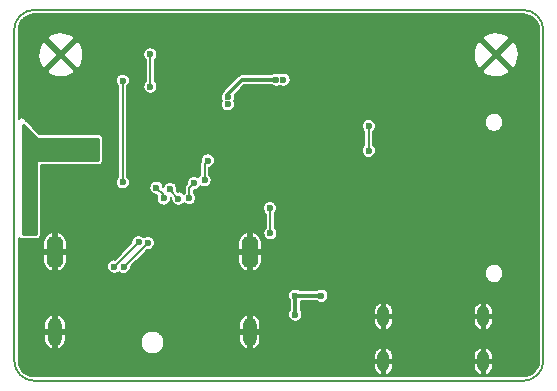
<source format=gbl>
G04 #@! TF.GenerationSoftware,KiCad,Pcbnew,5.1.4+dfsg1-1*
G04 #@! TF.CreationDate,2019-12-22T00:58:55+01:00*
G04 #@! TF.ProjectId,OtterScreen,4f747465-7253-4637-9265-656e2e6b6963,rev?*
G04 #@! TF.SameCoordinates,Original*
G04 #@! TF.FileFunction,Copper,L2,Bot*
G04 #@! TF.FilePolarity,Positive*
%FSLAX46Y46*%
G04 Gerber Fmt 4.6, Leading zero omitted, Abs format (unit mm)*
G04 Created by KiCad (PCBNEW 5.1.4+dfsg1-1) date 2019-12-22 00:58:55*
%MOMM*%
%LPD*%
G04 APERTURE LIST*
%ADD10C,0.150000*%
%ADD11O,1.400000X2.800000*%
%ADD12O,1.200000X2.400000*%
%ADD13O,1.000000X1.800000*%
%ADD14C,0.600000*%
%ADD15C,0.154000*%
%ADD16C,0.300000*%
%ADD17C,0.254000*%
%ADD18C,0.200000*%
G04 APERTURE END LIST*
D10*
X164099999Y-114200001D02*
G75*
G02X165800000Y-115900000I1J-1700000D01*
G01*
X121000001Y-115900001D02*
G75*
G02X122700000Y-114200000I1700000J1D01*
G01*
X122700001Y-145599999D02*
G75*
G02X121000000Y-143900000I-1J1700000D01*
G01*
X165800000Y-143900000D02*
G75*
G02X164100000Y-145600000I-1700000J0D01*
G01*
X164100000Y-145600000D02*
X136200000Y-145600000D01*
X165800000Y-115900000D02*
X165800000Y-143900000D01*
X122700000Y-114200000D02*
X164099999Y-114200001D01*
X121000000Y-143900000D02*
X121000001Y-115900001D01*
X136200000Y-145600000D02*
X122700001Y-145599999D01*
D11*
X124450000Y-134690000D03*
D12*
X124450000Y-141470000D03*
D11*
X140950000Y-134690000D03*
D12*
X140950000Y-141470000D03*
D13*
X152270000Y-140150000D03*
X160730000Y-140150000D03*
X152270000Y-143950000D03*
X160730000Y-143950000D03*
D14*
X143020000Y-124200000D03*
X142070000Y-124200000D03*
X151020000Y-117660000D03*
X151000000Y-118540000D03*
X137800000Y-143400000D03*
X139280000Y-131370000D03*
X136880000Y-133870000D03*
X134720000Y-133840000D03*
X143420000Y-136890000D03*
X143640000Y-134430000D03*
X146480000Y-139310000D03*
X148770000Y-136970000D03*
X148790000Y-139380000D03*
X147050000Y-141370000D03*
X144450000Y-142310000D03*
X154600000Y-135940000D03*
X155560000Y-127670000D03*
X149780000Y-126220000D03*
X145650000Y-126410000D03*
X145510000Y-130130000D03*
X139150000Y-128060000D03*
X137950000Y-125070000D03*
X137950000Y-122630000D03*
X137950000Y-120590000D03*
X138190000Y-127660000D03*
X140330000Y-117860000D03*
X142410000Y-117810000D03*
X144890000Y-117800000D03*
X138140000Y-117760000D03*
X133700000Y-117740000D03*
X130120000Y-117720000D03*
X131740000Y-118200000D03*
X130000000Y-115040000D03*
X133430000Y-114980000D03*
X136990000Y-115070000D03*
X139050000Y-114980000D03*
X126070000Y-123780000D03*
X128990000Y-122980000D03*
X127500000Y-123760000D03*
X122170000Y-123400000D03*
X124200000Y-122040000D03*
X126070000Y-127960000D03*
X128460000Y-128710000D03*
X127460000Y-131860000D03*
X127860000Y-133310000D03*
X124180000Y-132240000D03*
X127920000Y-136260000D03*
X125690000Y-138150000D03*
X126240000Y-140610000D03*
X129870000Y-137770000D03*
X132740000Y-136510000D03*
X136670000Y-136490000D03*
X139270000Y-135950000D03*
X140380000Y-137860000D03*
X149230000Y-143720000D03*
X163500000Y-140490000D03*
X163600000Y-144170000D03*
X155210000Y-137480000D03*
X153710000Y-138740000D03*
X159180000Y-138490000D03*
X158130000Y-126080000D03*
X158130000Y-130240000D03*
X158130000Y-134390000D03*
X159450000Y-122220000D03*
X155880000Y-122920000D03*
X152630000Y-123020000D03*
X149430000Y-123620000D03*
X146400000Y-123640000D03*
X145710000Y-119920000D03*
X147100000Y-114960000D03*
X153250000Y-115030000D03*
X156080000Y-115070000D03*
X158420000Y-116290000D03*
X154830000Y-121130000D03*
X147600000Y-119720000D03*
X147550000Y-118510000D03*
X141470000Y-120840000D03*
X122450000Y-122050000D03*
X125800000Y-126350000D03*
X126600000Y-126350000D03*
X127400000Y-126350000D03*
X125800000Y-125600000D03*
X126600000Y-125600000D03*
X127400000Y-125600000D03*
X130200000Y-128800000D03*
X130200000Y-120200000D03*
X132330000Y-133930000D03*
X130280000Y-135960000D03*
X131530000Y-133880000D03*
X129470000Y-135930000D03*
X144800000Y-140000000D03*
X144800000Y-138400000D03*
X147000000Y-138400008D03*
X137128990Y-128620000D03*
X137404010Y-126950000D03*
X133040000Y-129250000D03*
X133663219Y-130163494D03*
X134913468Y-130173379D03*
X134200000Y-129360000D03*
X135820000Y-130130000D03*
X136221010Y-128860001D03*
X132530000Y-120690000D03*
X132530000Y-117970000D03*
X143800000Y-120100000D03*
X143200000Y-120100000D03*
X139100000Y-121600000D03*
X139100000Y-122200000D03*
X142690000Y-133110000D03*
X142660000Y-130980000D03*
X151030000Y-126130000D03*
X151030000Y-124030000D03*
D15*
X130200000Y-128800000D02*
X130200000Y-120200000D01*
X132330000Y-133930000D02*
X130300000Y-135960000D01*
X130300000Y-135960000D02*
X130280000Y-135960000D01*
X131530000Y-133880000D02*
X129480000Y-135930000D01*
X129480000Y-135930000D02*
X129470000Y-135930000D01*
D16*
X144800000Y-140000000D02*
X144800000Y-138400000D01*
X146999992Y-138400000D02*
X147000000Y-138400008D01*
X144800000Y-138400000D02*
X146999992Y-138400000D01*
D15*
X137128990Y-128620000D02*
X137128990Y-127225020D01*
X137128990Y-127225020D02*
X137404010Y-126950000D01*
X133663219Y-129873219D02*
X133663219Y-130163494D01*
X133040000Y-129250000D02*
X133663219Y-129873219D01*
X134200000Y-129459911D02*
X134200000Y-129360000D01*
X134913468Y-130173379D02*
X134200000Y-129459911D01*
X135820000Y-129261011D02*
X135921011Y-129160000D01*
X135820000Y-130130000D02*
X135820000Y-129261011D01*
X135921011Y-129160000D02*
X136221010Y-128860001D01*
X132530000Y-120690000D02*
X132530000Y-117970000D01*
D16*
X143200000Y-120100000D02*
X140300000Y-120100000D01*
X140300000Y-120100000D02*
X139100000Y-121300000D01*
X139100000Y-121300000D02*
X139100000Y-121600000D01*
D15*
X142690000Y-133110000D02*
X142690000Y-131010000D01*
X142690000Y-131010000D02*
X142660000Y-130980000D01*
X151030000Y-126130000D02*
X151030000Y-124030000D01*
D17*
G36*
X122910197Y-125089803D02*
G01*
X122929443Y-125105597D01*
X122951399Y-125117333D01*
X122975224Y-125124560D01*
X123000000Y-125127000D01*
X128073000Y-125127000D01*
X128073000Y-126873000D01*
X123000000Y-126873000D01*
X122975224Y-126875440D01*
X122951399Y-126882667D01*
X122929443Y-126894403D01*
X122910197Y-126910197D01*
X122894403Y-126929443D01*
X122882667Y-126951399D01*
X122875440Y-126975224D01*
X122873004Y-126998992D01*
X122824004Y-133173000D01*
X121727000Y-133173000D01*
X121727000Y-123906606D01*
X122910197Y-125089803D01*
X122910197Y-125089803D01*
G37*
X122910197Y-125089803D02*
X122929443Y-125105597D01*
X122951399Y-125117333D01*
X122975224Y-125124560D01*
X123000000Y-125127000D01*
X128073000Y-125127000D01*
X128073000Y-126873000D01*
X123000000Y-126873000D01*
X122975224Y-126875440D01*
X122951399Y-126882667D01*
X122929443Y-126894403D01*
X122910197Y-126910197D01*
X122894403Y-126929443D01*
X122882667Y-126951399D01*
X122875440Y-126975224D01*
X122873004Y-126998992D01*
X122824004Y-133173000D01*
X121727000Y-133173000D01*
X121727000Y-123906606D01*
X122910197Y-125089803D01*
D18*
G36*
X164081662Y-114575001D02*
G01*
X164357009Y-114601999D01*
X164604234Y-114676640D01*
X164832251Y-114797879D01*
X165032373Y-114961095D01*
X165196984Y-115160077D01*
X165319812Y-115387242D01*
X165396175Y-115633931D01*
X165425000Y-115908179D01*
X165425001Y-143881653D01*
X165398002Y-144157008D01*
X165323360Y-144404235D01*
X165202125Y-144632246D01*
X165038904Y-144832374D01*
X164839927Y-144996982D01*
X164612759Y-145119811D01*
X164366068Y-145196175D01*
X164091821Y-145225000D01*
X136181581Y-145225000D01*
X136181571Y-145225001D01*
X122718338Y-145224999D01*
X122442991Y-145198001D01*
X122195767Y-145123360D01*
X121967755Y-145002125D01*
X121767627Y-144838904D01*
X121603017Y-144639925D01*
X121480189Y-144412761D01*
X121403825Y-144166068D01*
X121396881Y-144100000D01*
X151470000Y-144100000D01*
X151470000Y-144500000D01*
X151514635Y-144653190D01*
X151588299Y-144794729D01*
X151688160Y-144919177D01*
X151810381Y-145021752D01*
X151950265Y-145098512D01*
X151998919Y-145102672D01*
X152120000Y-145059313D01*
X152120000Y-144100000D01*
X152420000Y-144100000D01*
X152420000Y-145059313D01*
X152541081Y-145102672D01*
X152589735Y-145098512D01*
X152729619Y-145021752D01*
X152851840Y-144919177D01*
X152951701Y-144794729D01*
X153025365Y-144653190D01*
X153070000Y-144500000D01*
X153070000Y-144100000D01*
X159930000Y-144100000D01*
X159930000Y-144500000D01*
X159974635Y-144653190D01*
X160048299Y-144794729D01*
X160148160Y-144919177D01*
X160270381Y-145021752D01*
X160410265Y-145098512D01*
X160458919Y-145102672D01*
X160580000Y-145059313D01*
X160580000Y-144100000D01*
X160880000Y-144100000D01*
X160880000Y-145059313D01*
X161001081Y-145102672D01*
X161049735Y-145098512D01*
X161189619Y-145021752D01*
X161311840Y-144919177D01*
X161411701Y-144794729D01*
X161485365Y-144653190D01*
X161530000Y-144500000D01*
X161530000Y-144100000D01*
X160880000Y-144100000D01*
X160580000Y-144100000D01*
X159930000Y-144100000D01*
X153070000Y-144100000D01*
X152420000Y-144100000D01*
X152120000Y-144100000D01*
X151470000Y-144100000D01*
X121396881Y-144100000D01*
X121374999Y-143891812D01*
X121374999Y-143400000D01*
X151470000Y-143400000D01*
X151470000Y-143800000D01*
X152120000Y-143800000D01*
X152120000Y-142840687D01*
X152420000Y-142840687D01*
X152420000Y-143800000D01*
X153070000Y-143800000D01*
X153070000Y-143400000D01*
X159930000Y-143400000D01*
X159930000Y-143800000D01*
X160580000Y-143800000D01*
X160580000Y-142840687D01*
X160880000Y-142840687D01*
X160880000Y-143800000D01*
X161530000Y-143800000D01*
X161530000Y-143400000D01*
X161485365Y-143246810D01*
X161411701Y-143105271D01*
X161311840Y-142980823D01*
X161189619Y-142878248D01*
X161049735Y-142801488D01*
X161001081Y-142797328D01*
X160880000Y-142840687D01*
X160580000Y-142840687D01*
X160458919Y-142797328D01*
X160410265Y-142801488D01*
X160270381Y-142878248D01*
X160148160Y-142980823D01*
X160048299Y-143105271D01*
X159974635Y-143246810D01*
X159930000Y-143400000D01*
X153070000Y-143400000D01*
X153025365Y-143246810D01*
X152951701Y-143105271D01*
X152851840Y-142980823D01*
X152729619Y-142878248D01*
X152589735Y-142801488D01*
X152541081Y-142797328D01*
X152420000Y-142840687D01*
X152120000Y-142840687D01*
X151998919Y-142797328D01*
X151950265Y-142801488D01*
X151810381Y-142878248D01*
X151688160Y-142980823D01*
X151588299Y-143105271D01*
X151514635Y-143246810D01*
X151470000Y-143400000D01*
X121374999Y-143400000D01*
X121374999Y-141620000D01*
X123550000Y-141620000D01*
X123550000Y-142220000D01*
X123596557Y-142392699D01*
X123675911Y-142552997D01*
X123785013Y-142694734D01*
X123919670Y-142812462D01*
X124074707Y-142901658D01*
X124163025Y-142923021D01*
X124300000Y-142881249D01*
X124300000Y-141620000D01*
X124600000Y-141620000D01*
X124600000Y-142881249D01*
X124736975Y-142923021D01*
X124825293Y-142901658D01*
X124980330Y-142812462D01*
X125114987Y-142694734D01*
X125224089Y-142552997D01*
X125303443Y-142392699D01*
X125336113Y-142271509D01*
X131700000Y-142271509D01*
X131700000Y-142468491D01*
X131738429Y-142661689D01*
X131813811Y-142843678D01*
X131923249Y-143007463D01*
X132062537Y-143146751D01*
X132226322Y-143256189D01*
X132408311Y-143331571D01*
X132601509Y-143370000D01*
X132798491Y-143370000D01*
X132991689Y-143331571D01*
X133173678Y-143256189D01*
X133337463Y-143146751D01*
X133476751Y-143007463D01*
X133586189Y-142843678D01*
X133661571Y-142661689D01*
X133700000Y-142468491D01*
X133700000Y-142271509D01*
X133661571Y-142078311D01*
X133586189Y-141896322D01*
X133476751Y-141732537D01*
X133364214Y-141620000D01*
X140050000Y-141620000D01*
X140050000Y-142220000D01*
X140096557Y-142392699D01*
X140175911Y-142552997D01*
X140285013Y-142694734D01*
X140419670Y-142812462D01*
X140574707Y-142901658D01*
X140663025Y-142923021D01*
X140800000Y-142881249D01*
X140800000Y-141620000D01*
X141100000Y-141620000D01*
X141100000Y-142881249D01*
X141236975Y-142923021D01*
X141325293Y-142901658D01*
X141480330Y-142812462D01*
X141614987Y-142694734D01*
X141724089Y-142552997D01*
X141803443Y-142392699D01*
X141850000Y-142220000D01*
X141850000Y-141620000D01*
X141100000Y-141620000D01*
X140800000Y-141620000D01*
X140050000Y-141620000D01*
X133364214Y-141620000D01*
X133337463Y-141593249D01*
X133173678Y-141483811D01*
X132991689Y-141408429D01*
X132798491Y-141370000D01*
X132601509Y-141370000D01*
X132408311Y-141408429D01*
X132226322Y-141483811D01*
X132062537Y-141593249D01*
X131923249Y-141732537D01*
X131813811Y-141896322D01*
X131738429Y-142078311D01*
X131700000Y-142271509D01*
X125336113Y-142271509D01*
X125350000Y-142220000D01*
X125350000Y-141620000D01*
X124600000Y-141620000D01*
X124300000Y-141620000D01*
X123550000Y-141620000D01*
X121374999Y-141620000D01*
X121374999Y-140720000D01*
X123550000Y-140720000D01*
X123550000Y-141320000D01*
X124300000Y-141320000D01*
X124300000Y-140058751D01*
X124600000Y-140058751D01*
X124600000Y-141320000D01*
X125350000Y-141320000D01*
X125350000Y-140720000D01*
X140050000Y-140720000D01*
X140050000Y-141320000D01*
X140800000Y-141320000D01*
X140800000Y-140058751D01*
X141100000Y-140058751D01*
X141100000Y-141320000D01*
X141850000Y-141320000D01*
X141850000Y-140720000D01*
X141803443Y-140547301D01*
X141724089Y-140387003D01*
X141614987Y-140245266D01*
X141480330Y-140127538D01*
X141325293Y-140038342D01*
X141236975Y-140016979D01*
X141100000Y-140058751D01*
X140800000Y-140058751D01*
X140663025Y-140016979D01*
X140574707Y-140038342D01*
X140419670Y-140127538D01*
X140285013Y-140245266D01*
X140175911Y-140387003D01*
X140096557Y-140547301D01*
X140050000Y-140720000D01*
X125350000Y-140720000D01*
X125303443Y-140547301D01*
X125224089Y-140387003D01*
X125114987Y-140245266D01*
X124980330Y-140127538D01*
X124825293Y-140038342D01*
X124736975Y-140016979D01*
X124600000Y-140058751D01*
X124300000Y-140058751D01*
X124163025Y-140016979D01*
X124074707Y-140038342D01*
X123919670Y-140127538D01*
X123785013Y-140245266D01*
X123675911Y-140387003D01*
X123596557Y-140547301D01*
X123550000Y-140720000D01*
X121374999Y-140720000D01*
X121374999Y-138340905D01*
X144200000Y-138340905D01*
X144200000Y-138459095D01*
X144223058Y-138575014D01*
X144268287Y-138684207D01*
X144333950Y-138782478D01*
X144350001Y-138798529D01*
X144350000Y-139601472D01*
X144333950Y-139617522D01*
X144268287Y-139715793D01*
X144223058Y-139824986D01*
X144200000Y-139940905D01*
X144200000Y-140059095D01*
X144223058Y-140175014D01*
X144268287Y-140284207D01*
X144333950Y-140382478D01*
X144417522Y-140466050D01*
X144515793Y-140531713D01*
X144624986Y-140576942D01*
X144740905Y-140600000D01*
X144859095Y-140600000D01*
X144975014Y-140576942D01*
X145084207Y-140531713D01*
X145182478Y-140466050D01*
X145266050Y-140382478D01*
X145321160Y-140300000D01*
X151470000Y-140300000D01*
X151470000Y-140700000D01*
X151514635Y-140853190D01*
X151588299Y-140994729D01*
X151688160Y-141119177D01*
X151810381Y-141221752D01*
X151950265Y-141298512D01*
X151998919Y-141302672D01*
X152120000Y-141259313D01*
X152120000Y-140300000D01*
X152420000Y-140300000D01*
X152420000Y-141259313D01*
X152541081Y-141302672D01*
X152589735Y-141298512D01*
X152729619Y-141221752D01*
X152851840Y-141119177D01*
X152951701Y-140994729D01*
X153025365Y-140853190D01*
X153070000Y-140700000D01*
X153070000Y-140300000D01*
X159930000Y-140300000D01*
X159930000Y-140700000D01*
X159974635Y-140853190D01*
X160048299Y-140994729D01*
X160148160Y-141119177D01*
X160270381Y-141221752D01*
X160410265Y-141298512D01*
X160458919Y-141302672D01*
X160580000Y-141259313D01*
X160580000Y-140300000D01*
X160880000Y-140300000D01*
X160880000Y-141259313D01*
X161001081Y-141302672D01*
X161049735Y-141298512D01*
X161189619Y-141221752D01*
X161311840Y-141119177D01*
X161411701Y-140994729D01*
X161485365Y-140853190D01*
X161530000Y-140700000D01*
X161530000Y-140300000D01*
X160880000Y-140300000D01*
X160580000Y-140300000D01*
X159930000Y-140300000D01*
X153070000Y-140300000D01*
X152420000Y-140300000D01*
X152120000Y-140300000D01*
X151470000Y-140300000D01*
X145321160Y-140300000D01*
X145331713Y-140284207D01*
X145376942Y-140175014D01*
X145400000Y-140059095D01*
X145400000Y-139940905D01*
X145376942Y-139824986D01*
X145331713Y-139715793D01*
X145266050Y-139617522D01*
X145250000Y-139601472D01*
X145250000Y-139600000D01*
X151470000Y-139600000D01*
X151470000Y-140000000D01*
X152120000Y-140000000D01*
X152120000Y-139040687D01*
X152420000Y-139040687D01*
X152420000Y-140000000D01*
X153070000Y-140000000D01*
X153070000Y-139600000D01*
X159930000Y-139600000D01*
X159930000Y-140000000D01*
X160580000Y-140000000D01*
X160580000Y-139040687D01*
X160880000Y-139040687D01*
X160880000Y-140000000D01*
X161530000Y-140000000D01*
X161530000Y-139600000D01*
X161485365Y-139446810D01*
X161411701Y-139305271D01*
X161311840Y-139180823D01*
X161189619Y-139078248D01*
X161049735Y-139001488D01*
X161001081Y-138997328D01*
X160880000Y-139040687D01*
X160580000Y-139040687D01*
X160458919Y-138997328D01*
X160410265Y-139001488D01*
X160270381Y-139078248D01*
X160148160Y-139180823D01*
X160048299Y-139305271D01*
X159974635Y-139446810D01*
X159930000Y-139600000D01*
X153070000Y-139600000D01*
X153025365Y-139446810D01*
X152951701Y-139305271D01*
X152851840Y-139180823D01*
X152729619Y-139078248D01*
X152589735Y-139001488D01*
X152541081Y-138997328D01*
X152420000Y-139040687D01*
X152120000Y-139040687D01*
X151998919Y-138997328D01*
X151950265Y-139001488D01*
X151810381Y-139078248D01*
X151688160Y-139180823D01*
X151588299Y-139305271D01*
X151514635Y-139446810D01*
X151470000Y-139600000D01*
X145250000Y-139600000D01*
X145250000Y-138850000D01*
X146601464Y-138850000D01*
X146617522Y-138866058D01*
X146715793Y-138931721D01*
X146824986Y-138976950D01*
X146940905Y-139000008D01*
X147059095Y-139000008D01*
X147175014Y-138976950D01*
X147284207Y-138931721D01*
X147382478Y-138866058D01*
X147466050Y-138782486D01*
X147531713Y-138684215D01*
X147576942Y-138575022D01*
X147600000Y-138459103D01*
X147600000Y-138340913D01*
X147576942Y-138224994D01*
X147531713Y-138115801D01*
X147466050Y-138017530D01*
X147382478Y-137933958D01*
X147284207Y-137868295D01*
X147175014Y-137823066D01*
X147059095Y-137800008D01*
X146940905Y-137800008D01*
X146824986Y-137823066D01*
X146715793Y-137868295D01*
X146617522Y-137933958D01*
X146601480Y-137950000D01*
X145198528Y-137950000D01*
X145182478Y-137933950D01*
X145084207Y-137868287D01*
X144975014Y-137823058D01*
X144859095Y-137800000D01*
X144740905Y-137800000D01*
X144624986Y-137823058D01*
X144515793Y-137868287D01*
X144417522Y-137933950D01*
X144333950Y-138017522D01*
X144268287Y-138115793D01*
X144223058Y-138224986D01*
X144200000Y-138340905D01*
X121374999Y-138340905D01*
X121374999Y-134840000D01*
X123450000Y-134840000D01*
X123450000Y-135540000D01*
X123498478Y-135732208D01*
X123583523Y-135911265D01*
X123701866Y-136070290D01*
X123848959Y-136203172D01*
X124019150Y-136304804D01*
X124147182Y-136343048D01*
X124300000Y-136302757D01*
X124300000Y-134840000D01*
X124600000Y-134840000D01*
X124600000Y-136302757D01*
X124752818Y-136343048D01*
X124880850Y-136304804D01*
X125051041Y-136203172D01*
X125198134Y-136070290D01*
X125316477Y-135911265D01*
X125335646Y-135870905D01*
X128870000Y-135870905D01*
X128870000Y-135989095D01*
X128893058Y-136105014D01*
X128938287Y-136214207D01*
X129003950Y-136312478D01*
X129087522Y-136396050D01*
X129185793Y-136461713D01*
X129294986Y-136506942D01*
X129410905Y-136530000D01*
X129529095Y-136530000D01*
X129645014Y-136506942D01*
X129754207Y-136461713D01*
X129852478Y-136396050D01*
X129860000Y-136388528D01*
X129897522Y-136426050D01*
X129995793Y-136491713D01*
X130104986Y-136536942D01*
X130220905Y-136560000D01*
X130339095Y-136560000D01*
X130455014Y-136536942D01*
X130564207Y-136491713D01*
X130654760Y-136431207D01*
X160830000Y-136431207D01*
X160830000Y-136588793D01*
X160860743Y-136743351D01*
X160921049Y-136888942D01*
X161008599Y-137019970D01*
X161120030Y-137131401D01*
X161251058Y-137218951D01*
X161396649Y-137279257D01*
X161551207Y-137310000D01*
X161708793Y-137310000D01*
X161863351Y-137279257D01*
X162008942Y-137218951D01*
X162139970Y-137131401D01*
X162251401Y-137019970D01*
X162338951Y-136888942D01*
X162399257Y-136743351D01*
X162430000Y-136588793D01*
X162430000Y-136431207D01*
X162399257Y-136276649D01*
X162338951Y-136131058D01*
X162251401Y-136000030D01*
X162139970Y-135888599D01*
X162008942Y-135801049D01*
X161863351Y-135740743D01*
X161708793Y-135710000D01*
X161551207Y-135710000D01*
X161396649Y-135740743D01*
X161251058Y-135801049D01*
X161120030Y-135888599D01*
X161008599Y-136000030D01*
X160921049Y-136131058D01*
X160860743Y-136276649D01*
X160830000Y-136431207D01*
X130654760Y-136431207D01*
X130662478Y-136426050D01*
X130746050Y-136342478D01*
X130811713Y-136244207D01*
X130856942Y-136135014D01*
X130880000Y-136019095D01*
X130880000Y-135913158D01*
X131953158Y-134840000D01*
X139950000Y-134840000D01*
X139950000Y-135540000D01*
X139998478Y-135732208D01*
X140083523Y-135911265D01*
X140201866Y-136070290D01*
X140348959Y-136203172D01*
X140519150Y-136304804D01*
X140647182Y-136343048D01*
X140800000Y-136302757D01*
X140800000Y-134840000D01*
X141100000Y-134840000D01*
X141100000Y-136302757D01*
X141252818Y-136343048D01*
X141380850Y-136304804D01*
X141551041Y-136203172D01*
X141698134Y-136070290D01*
X141816477Y-135911265D01*
X141901522Y-135732208D01*
X141950000Y-135540000D01*
X141950000Y-134840000D01*
X141100000Y-134840000D01*
X140800000Y-134840000D01*
X139950000Y-134840000D01*
X131953158Y-134840000D01*
X132264444Y-134528715D01*
X132270905Y-134530000D01*
X132389095Y-134530000D01*
X132505014Y-134506942D01*
X132614207Y-134461713D01*
X132712478Y-134396050D01*
X132796050Y-134312478D01*
X132861713Y-134214207D01*
X132906942Y-134105014D01*
X132930000Y-133989095D01*
X132930000Y-133870905D01*
X132923853Y-133840000D01*
X139950000Y-133840000D01*
X139950000Y-134540000D01*
X140800000Y-134540000D01*
X140800000Y-133077243D01*
X141100000Y-133077243D01*
X141100000Y-134540000D01*
X141950000Y-134540000D01*
X141950000Y-133840000D01*
X141901522Y-133647792D01*
X141816477Y-133468735D01*
X141698134Y-133309710D01*
X141551041Y-133176828D01*
X141380850Y-133075196D01*
X141252818Y-133036952D01*
X141100000Y-133077243D01*
X140800000Y-133077243D01*
X140647182Y-133036952D01*
X140519150Y-133075196D01*
X140348959Y-133176828D01*
X140201866Y-133309710D01*
X140083523Y-133468735D01*
X139998478Y-133647792D01*
X139950000Y-133840000D01*
X132923853Y-133840000D01*
X132906942Y-133754986D01*
X132861713Y-133645793D01*
X132796050Y-133547522D01*
X132712478Y-133463950D01*
X132614207Y-133398287D01*
X132505014Y-133353058D01*
X132389095Y-133330000D01*
X132270905Y-133330000D01*
X132154986Y-133353058D01*
X132045793Y-133398287D01*
X131956487Y-133457959D01*
X131912478Y-133413950D01*
X131814207Y-133348287D01*
X131705014Y-133303058D01*
X131589095Y-133280000D01*
X131470905Y-133280000D01*
X131354986Y-133303058D01*
X131245793Y-133348287D01*
X131147522Y-133413950D01*
X131063950Y-133497522D01*
X130998287Y-133595793D01*
X130953058Y-133704986D01*
X130930000Y-133820905D01*
X130930000Y-133939095D01*
X130931285Y-133945556D01*
X129543897Y-135332944D01*
X129529095Y-135330000D01*
X129410905Y-135330000D01*
X129294986Y-135353058D01*
X129185793Y-135398287D01*
X129087522Y-135463950D01*
X129003950Y-135547522D01*
X128938287Y-135645793D01*
X128893058Y-135754986D01*
X128870000Y-135870905D01*
X125335646Y-135870905D01*
X125401522Y-135732208D01*
X125450000Y-135540000D01*
X125450000Y-134840000D01*
X124600000Y-134840000D01*
X124300000Y-134840000D01*
X123450000Y-134840000D01*
X121374999Y-134840000D01*
X121374999Y-133840000D01*
X123450000Y-133840000D01*
X123450000Y-134540000D01*
X124300000Y-134540000D01*
X124300000Y-133077243D01*
X124600000Y-133077243D01*
X124600000Y-134540000D01*
X125450000Y-134540000D01*
X125450000Y-133840000D01*
X125401522Y-133647792D01*
X125316477Y-133468735D01*
X125198134Y-133309710D01*
X125051041Y-133176828D01*
X124880850Y-133075196D01*
X124752818Y-133036952D01*
X124600000Y-133077243D01*
X124300000Y-133077243D01*
X124147182Y-133036952D01*
X124019150Y-133075196D01*
X123848959Y-133176828D01*
X123701866Y-133309710D01*
X123583523Y-133468735D01*
X123498478Y-133647792D01*
X123450000Y-133840000D01*
X121374999Y-133840000D01*
X121375000Y-133496452D01*
X121387868Y-133512132D01*
X121433329Y-133549441D01*
X121485195Y-133577164D01*
X121541473Y-133594236D01*
X121600000Y-133600000D01*
X122950000Y-133600000D01*
X123006190Y-133594691D01*
X123062602Y-133578066D01*
X123114686Y-133550756D01*
X123160442Y-133513809D01*
X123198110Y-133468645D01*
X123226244Y-133417001D01*
X123243762Y-133360860D01*
X123249991Y-133302381D01*
X123268891Y-130920905D01*
X142060000Y-130920905D01*
X142060000Y-131039095D01*
X142083058Y-131155014D01*
X142128287Y-131264207D01*
X142193950Y-131362478D01*
X142277522Y-131446050D01*
X142313001Y-131469756D01*
X142313000Y-132640290D01*
X142307522Y-132643950D01*
X142223950Y-132727522D01*
X142158287Y-132825793D01*
X142113058Y-132934986D01*
X142090000Y-133050905D01*
X142090000Y-133169095D01*
X142113058Y-133285014D01*
X142158287Y-133394207D01*
X142223950Y-133492478D01*
X142307522Y-133576050D01*
X142405793Y-133641713D01*
X142514986Y-133686942D01*
X142630905Y-133710000D01*
X142749095Y-133710000D01*
X142865014Y-133686942D01*
X142974207Y-133641713D01*
X143072478Y-133576050D01*
X143156050Y-133492478D01*
X143221713Y-133394207D01*
X143266942Y-133285014D01*
X143290000Y-133169095D01*
X143290000Y-133050905D01*
X143266942Y-132934986D01*
X143221713Y-132825793D01*
X143156050Y-132727522D01*
X143072478Y-132643950D01*
X143067000Y-132640290D01*
X143067000Y-131421528D01*
X143126050Y-131362478D01*
X143191713Y-131264207D01*
X143236942Y-131155014D01*
X143260000Y-131039095D01*
X143260000Y-130920905D01*
X143236942Y-130804986D01*
X143191713Y-130695793D01*
X143126050Y-130597522D01*
X143042478Y-130513950D01*
X142944207Y-130448287D01*
X142835014Y-130403058D01*
X142719095Y-130380000D01*
X142600905Y-130380000D01*
X142484986Y-130403058D01*
X142375793Y-130448287D01*
X142277522Y-130513950D01*
X142193950Y-130597522D01*
X142128287Y-130695793D01*
X142083058Y-130804986D01*
X142060000Y-130920905D01*
X123268891Y-130920905D01*
X123297629Y-127300000D01*
X128200000Y-127300000D01*
X128258527Y-127294236D01*
X128314805Y-127277164D01*
X128366671Y-127249441D01*
X128412132Y-127212132D01*
X128449441Y-127166671D01*
X128477164Y-127114805D01*
X128494236Y-127058527D01*
X128500000Y-127000000D01*
X128500000Y-125000000D01*
X128494236Y-124941473D01*
X128477164Y-124885195D01*
X128449441Y-124833329D01*
X128412132Y-124787868D01*
X128366671Y-124750559D01*
X128314805Y-124722836D01*
X128258527Y-124705764D01*
X128200000Y-124700000D01*
X123124264Y-124700000D01*
X121812132Y-123387868D01*
X121766671Y-123350559D01*
X121714805Y-123322836D01*
X121658527Y-123305764D01*
X121600000Y-123300000D01*
X121541473Y-123305764D01*
X121485195Y-123322836D01*
X121433329Y-123350559D01*
X121387868Y-123387868D01*
X121375000Y-123403547D01*
X121375000Y-120140905D01*
X129600000Y-120140905D01*
X129600000Y-120259095D01*
X129623058Y-120375014D01*
X129668287Y-120484207D01*
X129733950Y-120582478D01*
X129817522Y-120666050D01*
X129823001Y-120669711D01*
X129823000Y-128330290D01*
X129817522Y-128333950D01*
X129733950Y-128417522D01*
X129668287Y-128515793D01*
X129623058Y-128624986D01*
X129600000Y-128740905D01*
X129600000Y-128859095D01*
X129623058Y-128975014D01*
X129668287Y-129084207D01*
X129733950Y-129182478D01*
X129817522Y-129266050D01*
X129915793Y-129331713D01*
X130024986Y-129376942D01*
X130140905Y-129400000D01*
X130259095Y-129400000D01*
X130375014Y-129376942D01*
X130484207Y-129331713D01*
X130582478Y-129266050D01*
X130657623Y-129190905D01*
X132440000Y-129190905D01*
X132440000Y-129309095D01*
X132463058Y-129425014D01*
X132508287Y-129534207D01*
X132573950Y-129632478D01*
X132657522Y-129716050D01*
X132755793Y-129781713D01*
X132864986Y-129826942D01*
X132980905Y-129850000D01*
X133099095Y-129850000D01*
X133105556Y-129848715D01*
X133133357Y-129876516D01*
X133131506Y-129879287D01*
X133086277Y-129988480D01*
X133063219Y-130104399D01*
X133063219Y-130222589D01*
X133086277Y-130338508D01*
X133131506Y-130447701D01*
X133197169Y-130545972D01*
X133280741Y-130629544D01*
X133379012Y-130695207D01*
X133488205Y-130740436D01*
X133604124Y-130763494D01*
X133722314Y-130763494D01*
X133838233Y-130740436D01*
X133947426Y-130695207D01*
X134045697Y-130629544D01*
X134129269Y-130545972D01*
X134194932Y-130447701D01*
X134240161Y-130338508D01*
X134263219Y-130222589D01*
X134263219Y-130104399D01*
X134251273Y-130044342D01*
X134314753Y-130107823D01*
X134313468Y-130114284D01*
X134313468Y-130232474D01*
X134336526Y-130348393D01*
X134381755Y-130457586D01*
X134447418Y-130555857D01*
X134530990Y-130639429D01*
X134629261Y-130705092D01*
X134738454Y-130750321D01*
X134854373Y-130773379D01*
X134972563Y-130773379D01*
X135088482Y-130750321D01*
X135197675Y-130705092D01*
X135295946Y-130639429D01*
X135379518Y-130555857D01*
X135386652Y-130545180D01*
X135437522Y-130596050D01*
X135535793Y-130661713D01*
X135644986Y-130706942D01*
X135760905Y-130730000D01*
X135879095Y-130730000D01*
X135995014Y-130706942D01*
X136104207Y-130661713D01*
X136202478Y-130596050D01*
X136286050Y-130512478D01*
X136351713Y-130414207D01*
X136396942Y-130305014D01*
X136420000Y-130189095D01*
X136420000Y-130070905D01*
X136396942Y-129954986D01*
X136351713Y-129845793D01*
X136286050Y-129747522D01*
X136202478Y-129663950D01*
X136197000Y-129660290D01*
X136197000Y-129460001D01*
X136280105Y-129460001D01*
X136396024Y-129436943D01*
X136505217Y-129391714D01*
X136603488Y-129326051D01*
X136687060Y-129242479D01*
X136752723Y-129144208D01*
X136770244Y-129101908D01*
X136844783Y-129151713D01*
X136953976Y-129196942D01*
X137069895Y-129220000D01*
X137188085Y-129220000D01*
X137304004Y-129196942D01*
X137413197Y-129151713D01*
X137511468Y-129086050D01*
X137595040Y-129002478D01*
X137660703Y-128904207D01*
X137705932Y-128795014D01*
X137728990Y-128679095D01*
X137728990Y-128560905D01*
X137705932Y-128444986D01*
X137660703Y-128335793D01*
X137595040Y-128237522D01*
X137511468Y-128153950D01*
X137505990Y-128150290D01*
X137505990Y-127541470D01*
X137579024Y-127526942D01*
X137688217Y-127481713D01*
X137786488Y-127416050D01*
X137870060Y-127332478D01*
X137935723Y-127234207D01*
X137980952Y-127125014D01*
X138004010Y-127009095D01*
X138004010Y-126890905D01*
X137980952Y-126774986D01*
X137935723Y-126665793D01*
X137870060Y-126567522D01*
X137786488Y-126483950D01*
X137688217Y-126418287D01*
X137579024Y-126373058D01*
X137463105Y-126350000D01*
X137344915Y-126350000D01*
X137228996Y-126373058D01*
X137119803Y-126418287D01*
X137021532Y-126483950D01*
X136937960Y-126567522D01*
X136872297Y-126665793D01*
X136827068Y-126774986D01*
X136804010Y-126890905D01*
X136804010Y-127009095D01*
X136807514Y-127026710D01*
X136779002Y-127080051D01*
X136757445Y-127151115D01*
X136750167Y-127225020D01*
X136751991Y-127243542D01*
X136751990Y-128150289D01*
X136746512Y-128153950D01*
X136662940Y-128237522D01*
X136597277Y-128335793D01*
X136579756Y-128378093D01*
X136505217Y-128328288D01*
X136396024Y-128283059D01*
X136280105Y-128260001D01*
X136161915Y-128260001D01*
X136045996Y-128283059D01*
X135936803Y-128328288D01*
X135838532Y-128393951D01*
X135754960Y-128477523D01*
X135689297Y-128575794D01*
X135644068Y-128684987D01*
X135621010Y-128800906D01*
X135621010Y-128919096D01*
X135622295Y-128925558D01*
X135566514Y-128981339D01*
X135552132Y-128993142D01*
X135540329Y-129007524D01*
X135540326Y-129007527D01*
X135505020Y-129050548D01*
X135470012Y-129116042D01*
X135448455Y-129187106D01*
X135441177Y-129261011D01*
X135443001Y-129279533D01*
X135443001Y-129660289D01*
X135437522Y-129663950D01*
X135353950Y-129747522D01*
X135346816Y-129758199D01*
X135295946Y-129707329D01*
X135197675Y-129641666D01*
X135088482Y-129596437D01*
X134972563Y-129573379D01*
X134854373Y-129573379D01*
X134847912Y-129574664D01*
X134782138Y-129508891D01*
X134800000Y-129419095D01*
X134800000Y-129300905D01*
X134776942Y-129184986D01*
X134731713Y-129075793D01*
X134666050Y-128977522D01*
X134582478Y-128893950D01*
X134484207Y-128828287D01*
X134375014Y-128783058D01*
X134259095Y-128760000D01*
X134140905Y-128760000D01*
X134024986Y-128783058D01*
X133915793Y-128828287D01*
X133817522Y-128893950D01*
X133733950Y-128977522D01*
X133668287Y-129075793D01*
X133633708Y-129159274D01*
X133616942Y-129074986D01*
X133571713Y-128965793D01*
X133506050Y-128867522D01*
X133422478Y-128783950D01*
X133324207Y-128718287D01*
X133215014Y-128673058D01*
X133099095Y-128650000D01*
X132980905Y-128650000D01*
X132864986Y-128673058D01*
X132755793Y-128718287D01*
X132657522Y-128783950D01*
X132573950Y-128867522D01*
X132508287Y-128965793D01*
X132463058Y-129074986D01*
X132440000Y-129190905D01*
X130657623Y-129190905D01*
X130666050Y-129182478D01*
X130731713Y-129084207D01*
X130776942Y-128975014D01*
X130800000Y-128859095D01*
X130800000Y-128740905D01*
X130776942Y-128624986D01*
X130731713Y-128515793D01*
X130666050Y-128417522D01*
X130582478Y-128333950D01*
X130577000Y-128330290D01*
X130577000Y-123970905D01*
X150430000Y-123970905D01*
X150430000Y-124089095D01*
X150453058Y-124205014D01*
X150498287Y-124314207D01*
X150563950Y-124412478D01*
X150647522Y-124496050D01*
X150653001Y-124499711D01*
X150653000Y-125660290D01*
X150647522Y-125663950D01*
X150563950Y-125747522D01*
X150498287Y-125845793D01*
X150453058Y-125954986D01*
X150430000Y-126070905D01*
X150430000Y-126189095D01*
X150453058Y-126305014D01*
X150498287Y-126414207D01*
X150563950Y-126512478D01*
X150647522Y-126596050D01*
X150745793Y-126661713D01*
X150854986Y-126706942D01*
X150970905Y-126730000D01*
X151089095Y-126730000D01*
X151205014Y-126706942D01*
X151314207Y-126661713D01*
X151412478Y-126596050D01*
X151496050Y-126512478D01*
X151561713Y-126414207D01*
X151606942Y-126305014D01*
X151630000Y-126189095D01*
X151630000Y-126070905D01*
X151606942Y-125954986D01*
X151561713Y-125845793D01*
X151496050Y-125747522D01*
X151412478Y-125663950D01*
X151407000Y-125660290D01*
X151407000Y-124499710D01*
X151412478Y-124496050D01*
X151496050Y-124412478D01*
X151561713Y-124314207D01*
X151606942Y-124205014D01*
X151630000Y-124089095D01*
X151630000Y-123970905D01*
X151606942Y-123854986D01*
X151561713Y-123745793D01*
X151496050Y-123647522D01*
X151479735Y-123631207D01*
X160830000Y-123631207D01*
X160830000Y-123788793D01*
X160860743Y-123943351D01*
X160921049Y-124088942D01*
X161008599Y-124219970D01*
X161120030Y-124331401D01*
X161251058Y-124418951D01*
X161396649Y-124479257D01*
X161551207Y-124510000D01*
X161708793Y-124510000D01*
X161863351Y-124479257D01*
X162008942Y-124418951D01*
X162139970Y-124331401D01*
X162251401Y-124219970D01*
X162338951Y-124088942D01*
X162399257Y-123943351D01*
X162430000Y-123788793D01*
X162430000Y-123631207D01*
X162399257Y-123476649D01*
X162338951Y-123331058D01*
X162251401Y-123200030D01*
X162139970Y-123088599D01*
X162008942Y-123001049D01*
X161863351Y-122940743D01*
X161708793Y-122910000D01*
X161551207Y-122910000D01*
X161396649Y-122940743D01*
X161251058Y-123001049D01*
X161120030Y-123088599D01*
X161008599Y-123200030D01*
X160921049Y-123331058D01*
X160860743Y-123476649D01*
X160830000Y-123631207D01*
X151479735Y-123631207D01*
X151412478Y-123563950D01*
X151314207Y-123498287D01*
X151205014Y-123453058D01*
X151089095Y-123430000D01*
X150970905Y-123430000D01*
X150854986Y-123453058D01*
X150745793Y-123498287D01*
X150647522Y-123563950D01*
X150563950Y-123647522D01*
X150498287Y-123745793D01*
X150453058Y-123854986D01*
X150430000Y-123970905D01*
X130577000Y-123970905D01*
X130577000Y-121540905D01*
X138500000Y-121540905D01*
X138500000Y-121659095D01*
X138523058Y-121775014D01*
X138568287Y-121884207D01*
X138578840Y-121900000D01*
X138568287Y-121915793D01*
X138523058Y-122024986D01*
X138500000Y-122140905D01*
X138500000Y-122259095D01*
X138523058Y-122375014D01*
X138568287Y-122484207D01*
X138633950Y-122582478D01*
X138717522Y-122666050D01*
X138815793Y-122731713D01*
X138924986Y-122776942D01*
X139040905Y-122800000D01*
X139159095Y-122800000D01*
X139275014Y-122776942D01*
X139384207Y-122731713D01*
X139482478Y-122666050D01*
X139566050Y-122582478D01*
X139631713Y-122484207D01*
X139676942Y-122375014D01*
X139700000Y-122259095D01*
X139700000Y-122140905D01*
X139676942Y-122024986D01*
X139631713Y-121915793D01*
X139621160Y-121900000D01*
X139631713Y-121884207D01*
X139676942Y-121775014D01*
X139700000Y-121659095D01*
X139700000Y-121540905D01*
X139676942Y-121424986D01*
X139657748Y-121378647D01*
X140486396Y-120550000D01*
X142801472Y-120550000D01*
X142817522Y-120566050D01*
X142915793Y-120631713D01*
X143024986Y-120676942D01*
X143140905Y-120700000D01*
X143259095Y-120700000D01*
X143375014Y-120676942D01*
X143484207Y-120631713D01*
X143500000Y-120621160D01*
X143515793Y-120631713D01*
X143624986Y-120676942D01*
X143740905Y-120700000D01*
X143859095Y-120700000D01*
X143975014Y-120676942D01*
X144084207Y-120631713D01*
X144182478Y-120566050D01*
X144266050Y-120482478D01*
X144331713Y-120384207D01*
X144376942Y-120275014D01*
X144400000Y-120159095D01*
X144400000Y-120040905D01*
X144376942Y-119924986D01*
X144331713Y-119815793D01*
X144266050Y-119717522D01*
X144182478Y-119633950D01*
X144084207Y-119568287D01*
X143975014Y-119523058D01*
X143859095Y-119500000D01*
X143740905Y-119500000D01*
X143624986Y-119523058D01*
X143515793Y-119568287D01*
X143500000Y-119578840D01*
X143484207Y-119568287D01*
X143375014Y-119523058D01*
X143259095Y-119500000D01*
X143140905Y-119500000D01*
X143024986Y-119523058D01*
X142915793Y-119568287D01*
X142817522Y-119633950D01*
X142801472Y-119650000D01*
X140322091Y-119650000D01*
X140299999Y-119647824D01*
X140277907Y-119650000D01*
X140277895Y-119650000D01*
X140211785Y-119656511D01*
X140126959Y-119682243D01*
X140048783Y-119724029D01*
X139997432Y-119766172D01*
X139997428Y-119766176D01*
X139980263Y-119780263D01*
X139966176Y-119797428D01*
X138797434Y-120966171D01*
X138780263Y-120980263D01*
X138766172Y-120997433D01*
X138724029Y-121048784D01*
X138682244Y-121126959D01*
X138682243Y-121126960D01*
X138663837Y-121187635D01*
X138633950Y-121217522D01*
X138568287Y-121315793D01*
X138523058Y-121424986D01*
X138500000Y-121540905D01*
X130577000Y-121540905D01*
X130577000Y-120669710D01*
X130582478Y-120666050D01*
X130666050Y-120582478D01*
X130731713Y-120484207D01*
X130776942Y-120375014D01*
X130800000Y-120259095D01*
X130800000Y-120140905D01*
X130776942Y-120024986D01*
X130731713Y-119915793D01*
X130666050Y-119817522D01*
X130582478Y-119733950D01*
X130484207Y-119668287D01*
X130375014Y-119623058D01*
X130259095Y-119600000D01*
X130140905Y-119600000D01*
X130024986Y-119623058D01*
X129915793Y-119668287D01*
X129817522Y-119733950D01*
X129733950Y-119817522D01*
X129668287Y-119915793D01*
X129623058Y-120024986D01*
X129600000Y-120140905D01*
X121375000Y-120140905D01*
X121375000Y-119398692D01*
X123763440Y-119398692D01*
X123952627Y-119627963D01*
X124289391Y-119791260D01*
X124651542Y-119885720D01*
X125025163Y-119907713D01*
X125395895Y-119856394D01*
X125749492Y-119733734D01*
X125947373Y-119627963D01*
X126136560Y-119398692D01*
X124950000Y-118212132D01*
X123763440Y-119398692D01*
X121375000Y-119398692D01*
X121375000Y-118075163D01*
X123042287Y-118075163D01*
X123093606Y-118445895D01*
X123216266Y-118799492D01*
X123322037Y-118997373D01*
X123551308Y-119186560D01*
X124737868Y-118000000D01*
X125162132Y-118000000D01*
X126348692Y-119186560D01*
X126577963Y-118997373D01*
X126741260Y-118660609D01*
X126835720Y-118298458D01*
X126857713Y-117924837D01*
X126855785Y-117910905D01*
X131930000Y-117910905D01*
X131930000Y-118029095D01*
X131953058Y-118145014D01*
X131998287Y-118254207D01*
X132063950Y-118352478D01*
X132147522Y-118436050D01*
X132153001Y-118439711D01*
X132153000Y-120220290D01*
X132147522Y-120223950D01*
X132063950Y-120307522D01*
X131998287Y-120405793D01*
X131953058Y-120514986D01*
X131930000Y-120630905D01*
X131930000Y-120749095D01*
X131953058Y-120865014D01*
X131998287Y-120974207D01*
X132063950Y-121072478D01*
X132147522Y-121156050D01*
X132245793Y-121221713D01*
X132354986Y-121266942D01*
X132470905Y-121290000D01*
X132589095Y-121290000D01*
X132705014Y-121266942D01*
X132814207Y-121221713D01*
X132912478Y-121156050D01*
X132996050Y-121072478D01*
X133061713Y-120974207D01*
X133106942Y-120865014D01*
X133130000Y-120749095D01*
X133130000Y-120630905D01*
X133106942Y-120514986D01*
X133061713Y-120405793D01*
X132996050Y-120307522D01*
X132912478Y-120223950D01*
X132907000Y-120220290D01*
X132907000Y-119398692D01*
X160613440Y-119398692D01*
X160802627Y-119627963D01*
X161139391Y-119791260D01*
X161501542Y-119885720D01*
X161875163Y-119907713D01*
X162245895Y-119856394D01*
X162599492Y-119733734D01*
X162797373Y-119627963D01*
X162986560Y-119398692D01*
X161800000Y-118212132D01*
X160613440Y-119398692D01*
X132907000Y-119398692D01*
X132907000Y-118439710D01*
X132912478Y-118436050D01*
X132996050Y-118352478D01*
X133061713Y-118254207D01*
X133106942Y-118145014D01*
X133120836Y-118075163D01*
X159892287Y-118075163D01*
X159943606Y-118445895D01*
X160066266Y-118799492D01*
X160172037Y-118997373D01*
X160401308Y-119186560D01*
X161587868Y-118000000D01*
X162012132Y-118000000D01*
X163198692Y-119186560D01*
X163427963Y-118997373D01*
X163591260Y-118660609D01*
X163685720Y-118298458D01*
X163707713Y-117924837D01*
X163656394Y-117554105D01*
X163533734Y-117200508D01*
X163427963Y-117002627D01*
X163198692Y-116813440D01*
X162012132Y-118000000D01*
X161587868Y-118000000D01*
X160401308Y-116813440D01*
X160172037Y-117002627D01*
X160008740Y-117339391D01*
X159914280Y-117701542D01*
X159892287Y-118075163D01*
X133120836Y-118075163D01*
X133130000Y-118029095D01*
X133130000Y-117910905D01*
X133106942Y-117794986D01*
X133061713Y-117685793D01*
X132996050Y-117587522D01*
X132912478Y-117503950D01*
X132814207Y-117438287D01*
X132705014Y-117393058D01*
X132589095Y-117370000D01*
X132470905Y-117370000D01*
X132354986Y-117393058D01*
X132245793Y-117438287D01*
X132147522Y-117503950D01*
X132063950Y-117587522D01*
X131998287Y-117685793D01*
X131953058Y-117794986D01*
X131930000Y-117910905D01*
X126855785Y-117910905D01*
X126806394Y-117554105D01*
X126683734Y-117200508D01*
X126577963Y-117002627D01*
X126348692Y-116813440D01*
X125162132Y-118000000D01*
X124737868Y-118000000D01*
X123551308Y-116813440D01*
X123322037Y-117002627D01*
X123158740Y-117339391D01*
X123064280Y-117701542D01*
X123042287Y-118075163D01*
X121375000Y-118075163D01*
X121375000Y-116601308D01*
X123763440Y-116601308D01*
X124950000Y-117787868D01*
X126136560Y-116601308D01*
X160613440Y-116601308D01*
X161800000Y-117787868D01*
X162986560Y-116601308D01*
X162797373Y-116372037D01*
X162460609Y-116208740D01*
X162098458Y-116114280D01*
X161724837Y-116092287D01*
X161354105Y-116143606D01*
X161000508Y-116266266D01*
X160802627Y-116372037D01*
X160613440Y-116601308D01*
X126136560Y-116601308D01*
X125947373Y-116372037D01*
X125610609Y-116208740D01*
X125248458Y-116114280D01*
X124874837Y-116092287D01*
X124504105Y-116143606D01*
X124150508Y-116266266D01*
X123952627Y-116372037D01*
X123763440Y-116601308D01*
X121375000Y-116601308D01*
X121375001Y-115918338D01*
X121401999Y-115642991D01*
X121476640Y-115395766D01*
X121597879Y-115167749D01*
X121761095Y-114967627D01*
X121960077Y-114803016D01*
X122187242Y-114680188D01*
X122433931Y-114603825D01*
X122708188Y-114574999D01*
X164081662Y-114575001D01*
X164081662Y-114575001D01*
G37*
X164081662Y-114575001D02*
X164357009Y-114601999D01*
X164604234Y-114676640D01*
X164832251Y-114797879D01*
X165032373Y-114961095D01*
X165196984Y-115160077D01*
X165319812Y-115387242D01*
X165396175Y-115633931D01*
X165425000Y-115908179D01*
X165425001Y-143881653D01*
X165398002Y-144157008D01*
X165323360Y-144404235D01*
X165202125Y-144632246D01*
X165038904Y-144832374D01*
X164839927Y-144996982D01*
X164612759Y-145119811D01*
X164366068Y-145196175D01*
X164091821Y-145225000D01*
X136181581Y-145225000D01*
X136181571Y-145225001D01*
X122718338Y-145224999D01*
X122442991Y-145198001D01*
X122195767Y-145123360D01*
X121967755Y-145002125D01*
X121767627Y-144838904D01*
X121603017Y-144639925D01*
X121480189Y-144412761D01*
X121403825Y-144166068D01*
X121396881Y-144100000D01*
X151470000Y-144100000D01*
X151470000Y-144500000D01*
X151514635Y-144653190D01*
X151588299Y-144794729D01*
X151688160Y-144919177D01*
X151810381Y-145021752D01*
X151950265Y-145098512D01*
X151998919Y-145102672D01*
X152120000Y-145059313D01*
X152120000Y-144100000D01*
X152420000Y-144100000D01*
X152420000Y-145059313D01*
X152541081Y-145102672D01*
X152589735Y-145098512D01*
X152729619Y-145021752D01*
X152851840Y-144919177D01*
X152951701Y-144794729D01*
X153025365Y-144653190D01*
X153070000Y-144500000D01*
X153070000Y-144100000D01*
X159930000Y-144100000D01*
X159930000Y-144500000D01*
X159974635Y-144653190D01*
X160048299Y-144794729D01*
X160148160Y-144919177D01*
X160270381Y-145021752D01*
X160410265Y-145098512D01*
X160458919Y-145102672D01*
X160580000Y-145059313D01*
X160580000Y-144100000D01*
X160880000Y-144100000D01*
X160880000Y-145059313D01*
X161001081Y-145102672D01*
X161049735Y-145098512D01*
X161189619Y-145021752D01*
X161311840Y-144919177D01*
X161411701Y-144794729D01*
X161485365Y-144653190D01*
X161530000Y-144500000D01*
X161530000Y-144100000D01*
X160880000Y-144100000D01*
X160580000Y-144100000D01*
X159930000Y-144100000D01*
X153070000Y-144100000D01*
X152420000Y-144100000D01*
X152120000Y-144100000D01*
X151470000Y-144100000D01*
X121396881Y-144100000D01*
X121374999Y-143891812D01*
X121374999Y-143400000D01*
X151470000Y-143400000D01*
X151470000Y-143800000D01*
X152120000Y-143800000D01*
X152120000Y-142840687D01*
X152420000Y-142840687D01*
X152420000Y-143800000D01*
X153070000Y-143800000D01*
X153070000Y-143400000D01*
X159930000Y-143400000D01*
X159930000Y-143800000D01*
X160580000Y-143800000D01*
X160580000Y-142840687D01*
X160880000Y-142840687D01*
X160880000Y-143800000D01*
X161530000Y-143800000D01*
X161530000Y-143400000D01*
X161485365Y-143246810D01*
X161411701Y-143105271D01*
X161311840Y-142980823D01*
X161189619Y-142878248D01*
X161049735Y-142801488D01*
X161001081Y-142797328D01*
X160880000Y-142840687D01*
X160580000Y-142840687D01*
X160458919Y-142797328D01*
X160410265Y-142801488D01*
X160270381Y-142878248D01*
X160148160Y-142980823D01*
X160048299Y-143105271D01*
X159974635Y-143246810D01*
X159930000Y-143400000D01*
X153070000Y-143400000D01*
X153025365Y-143246810D01*
X152951701Y-143105271D01*
X152851840Y-142980823D01*
X152729619Y-142878248D01*
X152589735Y-142801488D01*
X152541081Y-142797328D01*
X152420000Y-142840687D01*
X152120000Y-142840687D01*
X151998919Y-142797328D01*
X151950265Y-142801488D01*
X151810381Y-142878248D01*
X151688160Y-142980823D01*
X151588299Y-143105271D01*
X151514635Y-143246810D01*
X151470000Y-143400000D01*
X121374999Y-143400000D01*
X121374999Y-141620000D01*
X123550000Y-141620000D01*
X123550000Y-142220000D01*
X123596557Y-142392699D01*
X123675911Y-142552997D01*
X123785013Y-142694734D01*
X123919670Y-142812462D01*
X124074707Y-142901658D01*
X124163025Y-142923021D01*
X124300000Y-142881249D01*
X124300000Y-141620000D01*
X124600000Y-141620000D01*
X124600000Y-142881249D01*
X124736975Y-142923021D01*
X124825293Y-142901658D01*
X124980330Y-142812462D01*
X125114987Y-142694734D01*
X125224089Y-142552997D01*
X125303443Y-142392699D01*
X125336113Y-142271509D01*
X131700000Y-142271509D01*
X131700000Y-142468491D01*
X131738429Y-142661689D01*
X131813811Y-142843678D01*
X131923249Y-143007463D01*
X132062537Y-143146751D01*
X132226322Y-143256189D01*
X132408311Y-143331571D01*
X132601509Y-143370000D01*
X132798491Y-143370000D01*
X132991689Y-143331571D01*
X133173678Y-143256189D01*
X133337463Y-143146751D01*
X133476751Y-143007463D01*
X133586189Y-142843678D01*
X133661571Y-142661689D01*
X133700000Y-142468491D01*
X133700000Y-142271509D01*
X133661571Y-142078311D01*
X133586189Y-141896322D01*
X133476751Y-141732537D01*
X133364214Y-141620000D01*
X140050000Y-141620000D01*
X140050000Y-142220000D01*
X140096557Y-142392699D01*
X140175911Y-142552997D01*
X140285013Y-142694734D01*
X140419670Y-142812462D01*
X140574707Y-142901658D01*
X140663025Y-142923021D01*
X140800000Y-142881249D01*
X140800000Y-141620000D01*
X141100000Y-141620000D01*
X141100000Y-142881249D01*
X141236975Y-142923021D01*
X141325293Y-142901658D01*
X141480330Y-142812462D01*
X141614987Y-142694734D01*
X141724089Y-142552997D01*
X141803443Y-142392699D01*
X141850000Y-142220000D01*
X141850000Y-141620000D01*
X141100000Y-141620000D01*
X140800000Y-141620000D01*
X140050000Y-141620000D01*
X133364214Y-141620000D01*
X133337463Y-141593249D01*
X133173678Y-141483811D01*
X132991689Y-141408429D01*
X132798491Y-141370000D01*
X132601509Y-141370000D01*
X132408311Y-141408429D01*
X132226322Y-141483811D01*
X132062537Y-141593249D01*
X131923249Y-141732537D01*
X131813811Y-141896322D01*
X131738429Y-142078311D01*
X131700000Y-142271509D01*
X125336113Y-142271509D01*
X125350000Y-142220000D01*
X125350000Y-141620000D01*
X124600000Y-141620000D01*
X124300000Y-141620000D01*
X123550000Y-141620000D01*
X121374999Y-141620000D01*
X121374999Y-140720000D01*
X123550000Y-140720000D01*
X123550000Y-141320000D01*
X124300000Y-141320000D01*
X124300000Y-140058751D01*
X124600000Y-140058751D01*
X124600000Y-141320000D01*
X125350000Y-141320000D01*
X125350000Y-140720000D01*
X140050000Y-140720000D01*
X140050000Y-141320000D01*
X140800000Y-141320000D01*
X140800000Y-140058751D01*
X141100000Y-140058751D01*
X141100000Y-141320000D01*
X141850000Y-141320000D01*
X141850000Y-140720000D01*
X141803443Y-140547301D01*
X141724089Y-140387003D01*
X141614987Y-140245266D01*
X141480330Y-140127538D01*
X141325293Y-140038342D01*
X141236975Y-140016979D01*
X141100000Y-140058751D01*
X140800000Y-140058751D01*
X140663025Y-140016979D01*
X140574707Y-140038342D01*
X140419670Y-140127538D01*
X140285013Y-140245266D01*
X140175911Y-140387003D01*
X140096557Y-140547301D01*
X140050000Y-140720000D01*
X125350000Y-140720000D01*
X125303443Y-140547301D01*
X125224089Y-140387003D01*
X125114987Y-140245266D01*
X124980330Y-140127538D01*
X124825293Y-140038342D01*
X124736975Y-140016979D01*
X124600000Y-140058751D01*
X124300000Y-140058751D01*
X124163025Y-140016979D01*
X124074707Y-140038342D01*
X123919670Y-140127538D01*
X123785013Y-140245266D01*
X123675911Y-140387003D01*
X123596557Y-140547301D01*
X123550000Y-140720000D01*
X121374999Y-140720000D01*
X121374999Y-138340905D01*
X144200000Y-138340905D01*
X144200000Y-138459095D01*
X144223058Y-138575014D01*
X144268287Y-138684207D01*
X144333950Y-138782478D01*
X144350001Y-138798529D01*
X144350000Y-139601472D01*
X144333950Y-139617522D01*
X144268287Y-139715793D01*
X144223058Y-139824986D01*
X144200000Y-139940905D01*
X144200000Y-140059095D01*
X144223058Y-140175014D01*
X144268287Y-140284207D01*
X144333950Y-140382478D01*
X144417522Y-140466050D01*
X144515793Y-140531713D01*
X144624986Y-140576942D01*
X144740905Y-140600000D01*
X144859095Y-140600000D01*
X144975014Y-140576942D01*
X145084207Y-140531713D01*
X145182478Y-140466050D01*
X145266050Y-140382478D01*
X145321160Y-140300000D01*
X151470000Y-140300000D01*
X151470000Y-140700000D01*
X151514635Y-140853190D01*
X151588299Y-140994729D01*
X151688160Y-141119177D01*
X151810381Y-141221752D01*
X151950265Y-141298512D01*
X151998919Y-141302672D01*
X152120000Y-141259313D01*
X152120000Y-140300000D01*
X152420000Y-140300000D01*
X152420000Y-141259313D01*
X152541081Y-141302672D01*
X152589735Y-141298512D01*
X152729619Y-141221752D01*
X152851840Y-141119177D01*
X152951701Y-140994729D01*
X153025365Y-140853190D01*
X153070000Y-140700000D01*
X153070000Y-140300000D01*
X159930000Y-140300000D01*
X159930000Y-140700000D01*
X159974635Y-140853190D01*
X160048299Y-140994729D01*
X160148160Y-141119177D01*
X160270381Y-141221752D01*
X160410265Y-141298512D01*
X160458919Y-141302672D01*
X160580000Y-141259313D01*
X160580000Y-140300000D01*
X160880000Y-140300000D01*
X160880000Y-141259313D01*
X161001081Y-141302672D01*
X161049735Y-141298512D01*
X161189619Y-141221752D01*
X161311840Y-141119177D01*
X161411701Y-140994729D01*
X161485365Y-140853190D01*
X161530000Y-140700000D01*
X161530000Y-140300000D01*
X160880000Y-140300000D01*
X160580000Y-140300000D01*
X159930000Y-140300000D01*
X153070000Y-140300000D01*
X152420000Y-140300000D01*
X152120000Y-140300000D01*
X151470000Y-140300000D01*
X145321160Y-140300000D01*
X145331713Y-140284207D01*
X145376942Y-140175014D01*
X145400000Y-140059095D01*
X145400000Y-139940905D01*
X145376942Y-139824986D01*
X145331713Y-139715793D01*
X145266050Y-139617522D01*
X145250000Y-139601472D01*
X145250000Y-139600000D01*
X151470000Y-139600000D01*
X151470000Y-140000000D01*
X152120000Y-140000000D01*
X152120000Y-139040687D01*
X152420000Y-139040687D01*
X152420000Y-140000000D01*
X153070000Y-140000000D01*
X153070000Y-139600000D01*
X159930000Y-139600000D01*
X159930000Y-140000000D01*
X160580000Y-140000000D01*
X160580000Y-139040687D01*
X160880000Y-139040687D01*
X160880000Y-140000000D01*
X161530000Y-140000000D01*
X161530000Y-139600000D01*
X161485365Y-139446810D01*
X161411701Y-139305271D01*
X161311840Y-139180823D01*
X161189619Y-139078248D01*
X161049735Y-139001488D01*
X161001081Y-138997328D01*
X160880000Y-139040687D01*
X160580000Y-139040687D01*
X160458919Y-138997328D01*
X160410265Y-139001488D01*
X160270381Y-139078248D01*
X160148160Y-139180823D01*
X160048299Y-139305271D01*
X159974635Y-139446810D01*
X159930000Y-139600000D01*
X153070000Y-139600000D01*
X153025365Y-139446810D01*
X152951701Y-139305271D01*
X152851840Y-139180823D01*
X152729619Y-139078248D01*
X152589735Y-139001488D01*
X152541081Y-138997328D01*
X152420000Y-139040687D01*
X152120000Y-139040687D01*
X151998919Y-138997328D01*
X151950265Y-139001488D01*
X151810381Y-139078248D01*
X151688160Y-139180823D01*
X151588299Y-139305271D01*
X151514635Y-139446810D01*
X151470000Y-139600000D01*
X145250000Y-139600000D01*
X145250000Y-138850000D01*
X146601464Y-138850000D01*
X146617522Y-138866058D01*
X146715793Y-138931721D01*
X146824986Y-138976950D01*
X146940905Y-139000008D01*
X147059095Y-139000008D01*
X147175014Y-138976950D01*
X147284207Y-138931721D01*
X147382478Y-138866058D01*
X147466050Y-138782486D01*
X147531713Y-138684215D01*
X147576942Y-138575022D01*
X147600000Y-138459103D01*
X147600000Y-138340913D01*
X147576942Y-138224994D01*
X147531713Y-138115801D01*
X147466050Y-138017530D01*
X147382478Y-137933958D01*
X147284207Y-137868295D01*
X147175014Y-137823066D01*
X147059095Y-137800008D01*
X146940905Y-137800008D01*
X146824986Y-137823066D01*
X146715793Y-137868295D01*
X146617522Y-137933958D01*
X146601480Y-137950000D01*
X145198528Y-137950000D01*
X145182478Y-137933950D01*
X145084207Y-137868287D01*
X144975014Y-137823058D01*
X144859095Y-137800000D01*
X144740905Y-137800000D01*
X144624986Y-137823058D01*
X144515793Y-137868287D01*
X144417522Y-137933950D01*
X144333950Y-138017522D01*
X144268287Y-138115793D01*
X144223058Y-138224986D01*
X144200000Y-138340905D01*
X121374999Y-138340905D01*
X121374999Y-134840000D01*
X123450000Y-134840000D01*
X123450000Y-135540000D01*
X123498478Y-135732208D01*
X123583523Y-135911265D01*
X123701866Y-136070290D01*
X123848959Y-136203172D01*
X124019150Y-136304804D01*
X124147182Y-136343048D01*
X124300000Y-136302757D01*
X124300000Y-134840000D01*
X124600000Y-134840000D01*
X124600000Y-136302757D01*
X124752818Y-136343048D01*
X124880850Y-136304804D01*
X125051041Y-136203172D01*
X125198134Y-136070290D01*
X125316477Y-135911265D01*
X125335646Y-135870905D01*
X128870000Y-135870905D01*
X128870000Y-135989095D01*
X128893058Y-136105014D01*
X128938287Y-136214207D01*
X129003950Y-136312478D01*
X129087522Y-136396050D01*
X129185793Y-136461713D01*
X129294986Y-136506942D01*
X129410905Y-136530000D01*
X129529095Y-136530000D01*
X129645014Y-136506942D01*
X129754207Y-136461713D01*
X129852478Y-136396050D01*
X129860000Y-136388528D01*
X129897522Y-136426050D01*
X129995793Y-136491713D01*
X130104986Y-136536942D01*
X130220905Y-136560000D01*
X130339095Y-136560000D01*
X130455014Y-136536942D01*
X130564207Y-136491713D01*
X130654760Y-136431207D01*
X160830000Y-136431207D01*
X160830000Y-136588793D01*
X160860743Y-136743351D01*
X160921049Y-136888942D01*
X161008599Y-137019970D01*
X161120030Y-137131401D01*
X161251058Y-137218951D01*
X161396649Y-137279257D01*
X161551207Y-137310000D01*
X161708793Y-137310000D01*
X161863351Y-137279257D01*
X162008942Y-137218951D01*
X162139970Y-137131401D01*
X162251401Y-137019970D01*
X162338951Y-136888942D01*
X162399257Y-136743351D01*
X162430000Y-136588793D01*
X162430000Y-136431207D01*
X162399257Y-136276649D01*
X162338951Y-136131058D01*
X162251401Y-136000030D01*
X162139970Y-135888599D01*
X162008942Y-135801049D01*
X161863351Y-135740743D01*
X161708793Y-135710000D01*
X161551207Y-135710000D01*
X161396649Y-135740743D01*
X161251058Y-135801049D01*
X161120030Y-135888599D01*
X161008599Y-136000030D01*
X160921049Y-136131058D01*
X160860743Y-136276649D01*
X160830000Y-136431207D01*
X130654760Y-136431207D01*
X130662478Y-136426050D01*
X130746050Y-136342478D01*
X130811713Y-136244207D01*
X130856942Y-136135014D01*
X130880000Y-136019095D01*
X130880000Y-135913158D01*
X131953158Y-134840000D01*
X139950000Y-134840000D01*
X139950000Y-135540000D01*
X139998478Y-135732208D01*
X140083523Y-135911265D01*
X140201866Y-136070290D01*
X140348959Y-136203172D01*
X140519150Y-136304804D01*
X140647182Y-136343048D01*
X140800000Y-136302757D01*
X140800000Y-134840000D01*
X141100000Y-134840000D01*
X141100000Y-136302757D01*
X141252818Y-136343048D01*
X141380850Y-136304804D01*
X141551041Y-136203172D01*
X141698134Y-136070290D01*
X141816477Y-135911265D01*
X141901522Y-135732208D01*
X141950000Y-135540000D01*
X141950000Y-134840000D01*
X141100000Y-134840000D01*
X140800000Y-134840000D01*
X139950000Y-134840000D01*
X131953158Y-134840000D01*
X132264444Y-134528715D01*
X132270905Y-134530000D01*
X132389095Y-134530000D01*
X132505014Y-134506942D01*
X132614207Y-134461713D01*
X132712478Y-134396050D01*
X132796050Y-134312478D01*
X132861713Y-134214207D01*
X132906942Y-134105014D01*
X132930000Y-133989095D01*
X132930000Y-133870905D01*
X132923853Y-133840000D01*
X139950000Y-133840000D01*
X139950000Y-134540000D01*
X140800000Y-134540000D01*
X140800000Y-133077243D01*
X141100000Y-133077243D01*
X141100000Y-134540000D01*
X141950000Y-134540000D01*
X141950000Y-133840000D01*
X141901522Y-133647792D01*
X141816477Y-133468735D01*
X141698134Y-133309710D01*
X141551041Y-133176828D01*
X141380850Y-133075196D01*
X141252818Y-133036952D01*
X141100000Y-133077243D01*
X140800000Y-133077243D01*
X140647182Y-133036952D01*
X140519150Y-133075196D01*
X140348959Y-133176828D01*
X140201866Y-133309710D01*
X140083523Y-133468735D01*
X139998478Y-133647792D01*
X139950000Y-133840000D01*
X132923853Y-133840000D01*
X132906942Y-133754986D01*
X132861713Y-133645793D01*
X132796050Y-133547522D01*
X132712478Y-133463950D01*
X132614207Y-133398287D01*
X132505014Y-133353058D01*
X132389095Y-133330000D01*
X132270905Y-133330000D01*
X132154986Y-133353058D01*
X132045793Y-133398287D01*
X131956487Y-133457959D01*
X131912478Y-133413950D01*
X131814207Y-133348287D01*
X131705014Y-133303058D01*
X131589095Y-133280000D01*
X131470905Y-133280000D01*
X131354986Y-133303058D01*
X131245793Y-133348287D01*
X131147522Y-133413950D01*
X131063950Y-133497522D01*
X130998287Y-133595793D01*
X130953058Y-133704986D01*
X130930000Y-133820905D01*
X130930000Y-133939095D01*
X130931285Y-133945556D01*
X129543897Y-135332944D01*
X129529095Y-135330000D01*
X129410905Y-135330000D01*
X129294986Y-135353058D01*
X129185793Y-135398287D01*
X129087522Y-135463950D01*
X129003950Y-135547522D01*
X128938287Y-135645793D01*
X128893058Y-135754986D01*
X128870000Y-135870905D01*
X125335646Y-135870905D01*
X125401522Y-135732208D01*
X125450000Y-135540000D01*
X125450000Y-134840000D01*
X124600000Y-134840000D01*
X124300000Y-134840000D01*
X123450000Y-134840000D01*
X121374999Y-134840000D01*
X121374999Y-133840000D01*
X123450000Y-133840000D01*
X123450000Y-134540000D01*
X124300000Y-134540000D01*
X124300000Y-133077243D01*
X124600000Y-133077243D01*
X124600000Y-134540000D01*
X125450000Y-134540000D01*
X125450000Y-133840000D01*
X125401522Y-133647792D01*
X125316477Y-133468735D01*
X125198134Y-133309710D01*
X125051041Y-133176828D01*
X124880850Y-133075196D01*
X124752818Y-133036952D01*
X124600000Y-133077243D01*
X124300000Y-133077243D01*
X124147182Y-133036952D01*
X124019150Y-133075196D01*
X123848959Y-133176828D01*
X123701866Y-133309710D01*
X123583523Y-133468735D01*
X123498478Y-133647792D01*
X123450000Y-133840000D01*
X121374999Y-133840000D01*
X121375000Y-133496452D01*
X121387868Y-133512132D01*
X121433329Y-133549441D01*
X121485195Y-133577164D01*
X121541473Y-133594236D01*
X121600000Y-133600000D01*
X122950000Y-133600000D01*
X123006190Y-133594691D01*
X123062602Y-133578066D01*
X123114686Y-133550756D01*
X123160442Y-133513809D01*
X123198110Y-133468645D01*
X123226244Y-133417001D01*
X123243762Y-133360860D01*
X123249991Y-133302381D01*
X123268891Y-130920905D01*
X142060000Y-130920905D01*
X142060000Y-131039095D01*
X142083058Y-131155014D01*
X142128287Y-131264207D01*
X142193950Y-131362478D01*
X142277522Y-131446050D01*
X142313001Y-131469756D01*
X142313000Y-132640290D01*
X142307522Y-132643950D01*
X142223950Y-132727522D01*
X142158287Y-132825793D01*
X142113058Y-132934986D01*
X142090000Y-133050905D01*
X142090000Y-133169095D01*
X142113058Y-133285014D01*
X142158287Y-133394207D01*
X142223950Y-133492478D01*
X142307522Y-133576050D01*
X142405793Y-133641713D01*
X142514986Y-133686942D01*
X142630905Y-133710000D01*
X142749095Y-133710000D01*
X142865014Y-133686942D01*
X142974207Y-133641713D01*
X143072478Y-133576050D01*
X143156050Y-133492478D01*
X143221713Y-133394207D01*
X143266942Y-133285014D01*
X143290000Y-133169095D01*
X143290000Y-133050905D01*
X143266942Y-132934986D01*
X143221713Y-132825793D01*
X143156050Y-132727522D01*
X143072478Y-132643950D01*
X143067000Y-132640290D01*
X143067000Y-131421528D01*
X143126050Y-131362478D01*
X143191713Y-131264207D01*
X143236942Y-131155014D01*
X143260000Y-131039095D01*
X143260000Y-130920905D01*
X143236942Y-130804986D01*
X143191713Y-130695793D01*
X143126050Y-130597522D01*
X143042478Y-130513950D01*
X142944207Y-130448287D01*
X142835014Y-130403058D01*
X142719095Y-130380000D01*
X142600905Y-130380000D01*
X142484986Y-130403058D01*
X142375793Y-130448287D01*
X142277522Y-130513950D01*
X142193950Y-130597522D01*
X142128287Y-130695793D01*
X142083058Y-130804986D01*
X142060000Y-130920905D01*
X123268891Y-130920905D01*
X123297629Y-127300000D01*
X128200000Y-127300000D01*
X128258527Y-127294236D01*
X128314805Y-127277164D01*
X128366671Y-127249441D01*
X128412132Y-127212132D01*
X128449441Y-127166671D01*
X128477164Y-127114805D01*
X128494236Y-127058527D01*
X128500000Y-127000000D01*
X128500000Y-125000000D01*
X128494236Y-124941473D01*
X128477164Y-124885195D01*
X128449441Y-124833329D01*
X128412132Y-124787868D01*
X128366671Y-124750559D01*
X128314805Y-124722836D01*
X128258527Y-124705764D01*
X128200000Y-124700000D01*
X123124264Y-124700000D01*
X121812132Y-123387868D01*
X121766671Y-123350559D01*
X121714805Y-123322836D01*
X121658527Y-123305764D01*
X121600000Y-123300000D01*
X121541473Y-123305764D01*
X121485195Y-123322836D01*
X121433329Y-123350559D01*
X121387868Y-123387868D01*
X121375000Y-123403547D01*
X121375000Y-120140905D01*
X129600000Y-120140905D01*
X129600000Y-120259095D01*
X129623058Y-120375014D01*
X129668287Y-120484207D01*
X129733950Y-120582478D01*
X129817522Y-120666050D01*
X129823001Y-120669711D01*
X129823000Y-128330290D01*
X129817522Y-128333950D01*
X129733950Y-128417522D01*
X129668287Y-128515793D01*
X129623058Y-128624986D01*
X129600000Y-128740905D01*
X129600000Y-128859095D01*
X129623058Y-128975014D01*
X129668287Y-129084207D01*
X129733950Y-129182478D01*
X129817522Y-129266050D01*
X129915793Y-129331713D01*
X130024986Y-129376942D01*
X130140905Y-129400000D01*
X130259095Y-129400000D01*
X130375014Y-129376942D01*
X130484207Y-129331713D01*
X130582478Y-129266050D01*
X130657623Y-129190905D01*
X132440000Y-129190905D01*
X132440000Y-129309095D01*
X132463058Y-129425014D01*
X132508287Y-129534207D01*
X132573950Y-129632478D01*
X132657522Y-129716050D01*
X132755793Y-129781713D01*
X132864986Y-129826942D01*
X132980905Y-129850000D01*
X133099095Y-129850000D01*
X133105556Y-129848715D01*
X133133357Y-129876516D01*
X133131506Y-129879287D01*
X133086277Y-129988480D01*
X133063219Y-130104399D01*
X133063219Y-130222589D01*
X133086277Y-130338508D01*
X133131506Y-130447701D01*
X133197169Y-130545972D01*
X133280741Y-130629544D01*
X133379012Y-130695207D01*
X133488205Y-130740436D01*
X133604124Y-130763494D01*
X133722314Y-130763494D01*
X133838233Y-130740436D01*
X133947426Y-130695207D01*
X134045697Y-130629544D01*
X134129269Y-130545972D01*
X134194932Y-130447701D01*
X134240161Y-130338508D01*
X134263219Y-130222589D01*
X134263219Y-130104399D01*
X134251273Y-130044342D01*
X134314753Y-130107823D01*
X134313468Y-130114284D01*
X134313468Y-130232474D01*
X134336526Y-130348393D01*
X134381755Y-130457586D01*
X134447418Y-130555857D01*
X134530990Y-130639429D01*
X134629261Y-130705092D01*
X134738454Y-130750321D01*
X134854373Y-130773379D01*
X134972563Y-130773379D01*
X135088482Y-130750321D01*
X135197675Y-130705092D01*
X135295946Y-130639429D01*
X135379518Y-130555857D01*
X135386652Y-130545180D01*
X135437522Y-130596050D01*
X135535793Y-130661713D01*
X135644986Y-130706942D01*
X135760905Y-130730000D01*
X135879095Y-130730000D01*
X135995014Y-130706942D01*
X136104207Y-130661713D01*
X136202478Y-130596050D01*
X136286050Y-130512478D01*
X136351713Y-130414207D01*
X136396942Y-130305014D01*
X136420000Y-130189095D01*
X136420000Y-130070905D01*
X136396942Y-129954986D01*
X136351713Y-129845793D01*
X136286050Y-129747522D01*
X136202478Y-129663950D01*
X136197000Y-129660290D01*
X136197000Y-129460001D01*
X136280105Y-129460001D01*
X136396024Y-129436943D01*
X136505217Y-129391714D01*
X136603488Y-129326051D01*
X136687060Y-129242479D01*
X136752723Y-129144208D01*
X136770244Y-129101908D01*
X136844783Y-129151713D01*
X136953976Y-129196942D01*
X137069895Y-129220000D01*
X137188085Y-129220000D01*
X137304004Y-129196942D01*
X137413197Y-129151713D01*
X137511468Y-129086050D01*
X137595040Y-129002478D01*
X137660703Y-128904207D01*
X137705932Y-128795014D01*
X137728990Y-128679095D01*
X137728990Y-128560905D01*
X137705932Y-128444986D01*
X137660703Y-128335793D01*
X137595040Y-128237522D01*
X137511468Y-128153950D01*
X137505990Y-128150290D01*
X137505990Y-127541470D01*
X137579024Y-127526942D01*
X137688217Y-127481713D01*
X137786488Y-127416050D01*
X137870060Y-127332478D01*
X137935723Y-127234207D01*
X137980952Y-127125014D01*
X138004010Y-127009095D01*
X138004010Y-126890905D01*
X137980952Y-126774986D01*
X137935723Y-126665793D01*
X137870060Y-126567522D01*
X137786488Y-126483950D01*
X137688217Y-126418287D01*
X137579024Y-126373058D01*
X137463105Y-126350000D01*
X137344915Y-126350000D01*
X137228996Y-126373058D01*
X137119803Y-126418287D01*
X137021532Y-126483950D01*
X136937960Y-126567522D01*
X136872297Y-126665793D01*
X136827068Y-126774986D01*
X136804010Y-126890905D01*
X136804010Y-127009095D01*
X136807514Y-127026710D01*
X136779002Y-127080051D01*
X136757445Y-127151115D01*
X136750167Y-127225020D01*
X136751991Y-127243542D01*
X136751990Y-128150289D01*
X136746512Y-128153950D01*
X136662940Y-128237522D01*
X136597277Y-128335793D01*
X136579756Y-128378093D01*
X136505217Y-128328288D01*
X136396024Y-128283059D01*
X136280105Y-128260001D01*
X136161915Y-128260001D01*
X136045996Y-128283059D01*
X135936803Y-128328288D01*
X135838532Y-128393951D01*
X135754960Y-128477523D01*
X135689297Y-128575794D01*
X135644068Y-128684987D01*
X135621010Y-128800906D01*
X135621010Y-128919096D01*
X135622295Y-128925558D01*
X135566514Y-128981339D01*
X135552132Y-128993142D01*
X135540329Y-129007524D01*
X135540326Y-129007527D01*
X135505020Y-129050548D01*
X135470012Y-129116042D01*
X135448455Y-129187106D01*
X135441177Y-129261011D01*
X135443001Y-129279533D01*
X135443001Y-129660289D01*
X135437522Y-129663950D01*
X135353950Y-129747522D01*
X135346816Y-129758199D01*
X135295946Y-129707329D01*
X135197675Y-129641666D01*
X135088482Y-129596437D01*
X134972563Y-129573379D01*
X134854373Y-129573379D01*
X134847912Y-129574664D01*
X134782138Y-129508891D01*
X134800000Y-129419095D01*
X134800000Y-129300905D01*
X134776942Y-129184986D01*
X134731713Y-129075793D01*
X134666050Y-128977522D01*
X134582478Y-128893950D01*
X134484207Y-128828287D01*
X134375014Y-128783058D01*
X134259095Y-128760000D01*
X134140905Y-128760000D01*
X134024986Y-128783058D01*
X133915793Y-128828287D01*
X133817522Y-128893950D01*
X133733950Y-128977522D01*
X133668287Y-129075793D01*
X133633708Y-129159274D01*
X133616942Y-129074986D01*
X133571713Y-128965793D01*
X133506050Y-128867522D01*
X133422478Y-128783950D01*
X133324207Y-128718287D01*
X133215014Y-128673058D01*
X133099095Y-128650000D01*
X132980905Y-128650000D01*
X132864986Y-128673058D01*
X132755793Y-128718287D01*
X132657522Y-128783950D01*
X132573950Y-128867522D01*
X132508287Y-128965793D01*
X132463058Y-129074986D01*
X132440000Y-129190905D01*
X130657623Y-129190905D01*
X130666050Y-129182478D01*
X130731713Y-129084207D01*
X130776942Y-128975014D01*
X130800000Y-128859095D01*
X130800000Y-128740905D01*
X130776942Y-128624986D01*
X130731713Y-128515793D01*
X130666050Y-128417522D01*
X130582478Y-128333950D01*
X130577000Y-128330290D01*
X130577000Y-123970905D01*
X150430000Y-123970905D01*
X150430000Y-124089095D01*
X150453058Y-124205014D01*
X150498287Y-124314207D01*
X150563950Y-124412478D01*
X150647522Y-124496050D01*
X150653001Y-124499711D01*
X150653000Y-125660290D01*
X150647522Y-125663950D01*
X150563950Y-125747522D01*
X150498287Y-125845793D01*
X150453058Y-125954986D01*
X150430000Y-126070905D01*
X150430000Y-126189095D01*
X150453058Y-126305014D01*
X150498287Y-126414207D01*
X150563950Y-126512478D01*
X150647522Y-126596050D01*
X150745793Y-126661713D01*
X150854986Y-126706942D01*
X150970905Y-126730000D01*
X151089095Y-126730000D01*
X151205014Y-126706942D01*
X151314207Y-126661713D01*
X151412478Y-126596050D01*
X151496050Y-126512478D01*
X151561713Y-126414207D01*
X151606942Y-126305014D01*
X151630000Y-126189095D01*
X151630000Y-126070905D01*
X151606942Y-125954986D01*
X151561713Y-125845793D01*
X151496050Y-125747522D01*
X151412478Y-125663950D01*
X151407000Y-125660290D01*
X151407000Y-124499710D01*
X151412478Y-124496050D01*
X151496050Y-124412478D01*
X151561713Y-124314207D01*
X151606942Y-124205014D01*
X151630000Y-124089095D01*
X151630000Y-123970905D01*
X151606942Y-123854986D01*
X151561713Y-123745793D01*
X151496050Y-123647522D01*
X151479735Y-123631207D01*
X160830000Y-123631207D01*
X160830000Y-123788793D01*
X160860743Y-123943351D01*
X160921049Y-124088942D01*
X161008599Y-124219970D01*
X161120030Y-124331401D01*
X161251058Y-124418951D01*
X161396649Y-124479257D01*
X161551207Y-124510000D01*
X161708793Y-124510000D01*
X161863351Y-124479257D01*
X162008942Y-124418951D01*
X162139970Y-124331401D01*
X162251401Y-124219970D01*
X162338951Y-124088942D01*
X162399257Y-123943351D01*
X162430000Y-123788793D01*
X162430000Y-123631207D01*
X162399257Y-123476649D01*
X162338951Y-123331058D01*
X162251401Y-123200030D01*
X162139970Y-123088599D01*
X162008942Y-123001049D01*
X161863351Y-122940743D01*
X161708793Y-122910000D01*
X161551207Y-122910000D01*
X161396649Y-122940743D01*
X161251058Y-123001049D01*
X161120030Y-123088599D01*
X161008599Y-123200030D01*
X160921049Y-123331058D01*
X160860743Y-123476649D01*
X160830000Y-123631207D01*
X151479735Y-123631207D01*
X151412478Y-123563950D01*
X151314207Y-123498287D01*
X151205014Y-123453058D01*
X151089095Y-123430000D01*
X150970905Y-123430000D01*
X150854986Y-123453058D01*
X150745793Y-123498287D01*
X150647522Y-123563950D01*
X150563950Y-123647522D01*
X150498287Y-123745793D01*
X150453058Y-123854986D01*
X150430000Y-123970905D01*
X130577000Y-123970905D01*
X130577000Y-121540905D01*
X138500000Y-121540905D01*
X138500000Y-121659095D01*
X138523058Y-121775014D01*
X138568287Y-121884207D01*
X138578840Y-121900000D01*
X138568287Y-121915793D01*
X138523058Y-122024986D01*
X138500000Y-122140905D01*
X138500000Y-122259095D01*
X138523058Y-122375014D01*
X138568287Y-122484207D01*
X138633950Y-122582478D01*
X138717522Y-122666050D01*
X138815793Y-122731713D01*
X138924986Y-122776942D01*
X139040905Y-122800000D01*
X139159095Y-122800000D01*
X139275014Y-122776942D01*
X139384207Y-122731713D01*
X139482478Y-122666050D01*
X139566050Y-122582478D01*
X139631713Y-122484207D01*
X139676942Y-122375014D01*
X139700000Y-122259095D01*
X139700000Y-122140905D01*
X139676942Y-122024986D01*
X139631713Y-121915793D01*
X139621160Y-121900000D01*
X139631713Y-121884207D01*
X139676942Y-121775014D01*
X139700000Y-121659095D01*
X139700000Y-121540905D01*
X139676942Y-121424986D01*
X139657748Y-121378647D01*
X140486396Y-120550000D01*
X142801472Y-120550000D01*
X142817522Y-120566050D01*
X142915793Y-120631713D01*
X143024986Y-120676942D01*
X143140905Y-120700000D01*
X143259095Y-120700000D01*
X143375014Y-120676942D01*
X143484207Y-120631713D01*
X143500000Y-120621160D01*
X143515793Y-120631713D01*
X143624986Y-120676942D01*
X143740905Y-120700000D01*
X143859095Y-120700000D01*
X143975014Y-120676942D01*
X144084207Y-120631713D01*
X144182478Y-120566050D01*
X144266050Y-120482478D01*
X144331713Y-120384207D01*
X144376942Y-120275014D01*
X144400000Y-120159095D01*
X144400000Y-120040905D01*
X144376942Y-119924986D01*
X144331713Y-119815793D01*
X144266050Y-119717522D01*
X144182478Y-119633950D01*
X144084207Y-119568287D01*
X143975014Y-119523058D01*
X143859095Y-119500000D01*
X143740905Y-119500000D01*
X143624986Y-119523058D01*
X143515793Y-119568287D01*
X143500000Y-119578840D01*
X143484207Y-119568287D01*
X143375014Y-119523058D01*
X143259095Y-119500000D01*
X143140905Y-119500000D01*
X143024986Y-119523058D01*
X142915793Y-119568287D01*
X142817522Y-119633950D01*
X142801472Y-119650000D01*
X140322091Y-119650000D01*
X140299999Y-119647824D01*
X140277907Y-119650000D01*
X140277895Y-119650000D01*
X140211785Y-119656511D01*
X140126959Y-119682243D01*
X140048783Y-119724029D01*
X139997432Y-119766172D01*
X139997428Y-119766176D01*
X139980263Y-119780263D01*
X139966176Y-119797428D01*
X138797434Y-120966171D01*
X138780263Y-120980263D01*
X138766172Y-120997433D01*
X138724029Y-121048784D01*
X138682244Y-121126959D01*
X138682243Y-121126960D01*
X138663837Y-121187635D01*
X138633950Y-121217522D01*
X138568287Y-121315793D01*
X138523058Y-121424986D01*
X138500000Y-121540905D01*
X130577000Y-121540905D01*
X130577000Y-120669710D01*
X130582478Y-120666050D01*
X130666050Y-120582478D01*
X130731713Y-120484207D01*
X130776942Y-120375014D01*
X130800000Y-120259095D01*
X130800000Y-120140905D01*
X130776942Y-120024986D01*
X130731713Y-119915793D01*
X130666050Y-119817522D01*
X130582478Y-119733950D01*
X130484207Y-119668287D01*
X130375014Y-119623058D01*
X130259095Y-119600000D01*
X130140905Y-119600000D01*
X130024986Y-119623058D01*
X129915793Y-119668287D01*
X129817522Y-119733950D01*
X129733950Y-119817522D01*
X129668287Y-119915793D01*
X129623058Y-120024986D01*
X129600000Y-120140905D01*
X121375000Y-120140905D01*
X121375000Y-119398692D01*
X123763440Y-119398692D01*
X123952627Y-119627963D01*
X124289391Y-119791260D01*
X124651542Y-119885720D01*
X125025163Y-119907713D01*
X125395895Y-119856394D01*
X125749492Y-119733734D01*
X125947373Y-119627963D01*
X126136560Y-119398692D01*
X124950000Y-118212132D01*
X123763440Y-119398692D01*
X121375000Y-119398692D01*
X121375000Y-118075163D01*
X123042287Y-118075163D01*
X123093606Y-118445895D01*
X123216266Y-118799492D01*
X123322037Y-118997373D01*
X123551308Y-119186560D01*
X124737868Y-118000000D01*
X125162132Y-118000000D01*
X126348692Y-119186560D01*
X126577963Y-118997373D01*
X126741260Y-118660609D01*
X126835720Y-118298458D01*
X126857713Y-117924837D01*
X126855785Y-117910905D01*
X131930000Y-117910905D01*
X131930000Y-118029095D01*
X131953058Y-118145014D01*
X131998287Y-118254207D01*
X132063950Y-118352478D01*
X132147522Y-118436050D01*
X132153001Y-118439711D01*
X132153000Y-120220290D01*
X132147522Y-120223950D01*
X132063950Y-120307522D01*
X131998287Y-120405793D01*
X131953058Y-120514986D01*
X131930000Y-120630905D01*
X131930000Y-120749095D01*
X131953058Y-120865014D01*
X131998287Y-120974207D01*
X132063950Y-121072478D01*
X132147522Y-121156050D01*
X132245793Y-121221713D01*
X132354986Y-121266942D01*
X132470905Y-121290000D01*
X132589095Y-121290000D01*
X132705014Y-121266942D01*
X132814207Y-121221713D01*
X132912478Y-121156050D01*
X132996050Y-121072478D01*
X133061713Y-120974207D01*
X133106942Y-120865014D01*
X133130000Y-120749095D01*
X133130000Y-120630905D01*
X133106942Y-120514986D01*
X133061713Y-120405793D01*
X132996050Y-120307522D01*
X132912478Y-120223950D01*
X132907000Y-120220290D01*
X132907000Y-119398692D01*
X160613440Y-119398692D01*
X160802627Y-119627963D01*
X161139391Y-119791260D01*
X161501542Y-119885720D01*
X161875163Y-119907713D01*
X162245895Y-119856394D01*
X162599492Y-119733734D01*
X162797373Y-119627963D01*
X162986560Y-119398692D01*
X161800000Y-118212132D01*
X160613440Y-119398692D01*
X132907000Y-119398692D01*
X132907000Y-118439710D01*
X132912478Y-118436050D01*
X132996050Y-118352478D01*
X133061713Y-118254207D01*
X133106942Y-118145014D01*
X133120836Y-118075163D01*
X159892287Y-118075163D01*
X159943606Y-118445895D01*
X160066266Y-118799492D01*
X160172037Y-118997373D01*
X160401308Y-119186560D01*
X161587868Y-118000000D01*
X162012132Y-118000000D01*
X163198692Y-119186560D01*
X163427963Y-118997373D01*
X163591260Y-118660609D01*
X163685720Y-118298458D01*
X163707713Y-117924837D01*
X163656394Y-117554105D01*
X163533734Y-117200508D01*
X163427963Y-117002627D01*
X163198692Y-116813440D01*
X162012132Y-118000000D01*
X161587868Y-118000000D01*
X160401308Y-116813440D01*
X160172037Y-117002627D01*
X160008740Y-117339391D01*
X159914280Y-117701542D01*
X159892287Y-118075163D01*
X133120836Y-118075163D01*
X133130000Y-118029095D01*
X133130000Y-117910905D01*
X133106942Y-117794986D01*
X133061713Y-117685793D01*
X132996050Y-117587522D01*
X132912478Y-117503950D01*
X132814207Y-117438287D01*
X132705014Y-117393058D01*
X132589095Y-117370000D01*
X132470905Y-117370000D01*
X132354986Y-117393058D01*
X132245793Y-117438287D01*
X132147522Y-117503950D01*
X132063950Y-117587522D01*
X131998287Y-117685793D01*
X131953058Y-117794986D01*
X131930000Y-117910905D01*
X126855785Y-117910905D01*
X126806394Y-117554105D01*
X126683734Y-117200508D01*
X126577963Y-117002627D01*
X126348692Y-116813440D01*
X125162132Y-118000000D01*
X124737868Y-118000000D01*
X123551308Y-116813440D01*
X123322037Y-117002627D01*
X123158740Y-117339391D01*
X123064280Y-117701542D01*
X123042287Y-118075163D01*
X121375000Y-118075163D01*
X121375000Y-116601308D01*
X123763440Y-116601308D01*
X124950000Y-117787868D01*
X126136560Y-116601308D01*
X160613440Y-116601308D01*
X161800000Y-117787868D01*
X162986560Y-116601308D01*
X162797373Y-116372037D01*
X162460609Y-116208740D01*
X162098458Y-116114280D01*
X161724837Y-116092287D01*
X161354105Y-116143606D01*
X161000508Y-116266266D01*
X160802627Y-116372037D01*
X160613440Y-116601308D01*
X126136560Y-116601308D01*
X125947373Y-116372037D01*
X125610609Y-116208740D01*
X125248458Y-116114280D01*
X124874837Y-116092287D01*
X124504105Y-116143606D01*
X124150508Y-116266266D01*
X123952627Y-116372037D01*
X123763440Y-116601308D01*
X121375000Y-116601308D01*
X121375001Y-115918338D01*
X121401999Y-115642991D01*
X121476640Y-115395766D01*
X121597879Y-115167749D01*
X121761095Y-114967627D01*
X121960077Y-114803016D01*
X122187242Y-114680188D01*
X122433931Y-114603825D01*
X122708188Y-114574999D01*
X164081662Y-114575001D01*
M02*

</source>
